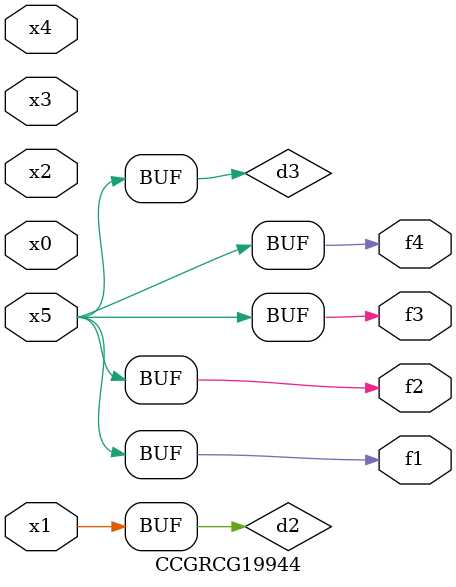
<source format=v>
module CCGRCG19944(
	input x0, x1, x2, x3, x4, x5,
	output f1, f2, f3, f4
);

	wire d1, d2, d3;

	not (d1, x5);
	or (d2, x1);
	xnor (d3, d1);
	assign f1 = d3;
	assign f2 = d3;
	assign f3 = d3;
	assign f4 = d3;
endmodule

</source>
